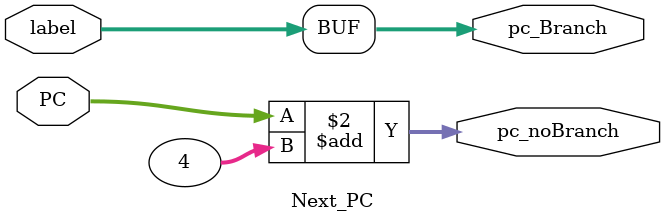
<source format=v>
`timescale 1ns / 1ps

// Next_PC: Compute the next instruction address to be returned to the PC (Program Control )and  Fetch the next instruction to be decoded
module Next_PC(										
	input [31:0] PC,
	input [31:0] label,
	output reg [31:0] pc_Branch,
	output reg [31:0] pc_noBranch
    );
	 
	 always @(*)
	 begin
		pc_noBranch <= PC + 32'd4;
		pc_Branch <= label;
	 end

endmodule
</source>
